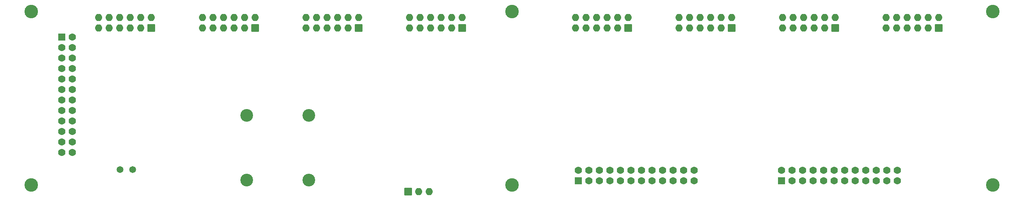
<source format=gbs>
G04 #@! TF.GenerationSoftware,KiCad,Pcbnew,9.0.1*
G04 #@! TF.CreationDate,2025-05-15T03:15:06-07:00*
G04 #@! TF.ProjectId,Input_PCB_V5,496e7075-745f-4504-9342-5f56352e6b69,rev?*
G04 #@! TF.SameCoordinates,Original*
G04 #@! TF.FileFunction,Soldermask,Bot*
G04 #@! TF.FilePolarity,Negative*
%FSLAX46Y46*%
G04 Gerber Fmt 4.6, Leading zero omitted, Abs format (unit mm)*
G04 Created by KiCad (PCBNEW 9.0.1) date 2025-05-15 03:15:06*
%MOMM*%
%LPD*%
G01*
G04 APERTURE LIST*
G04 Aperture macros list*
%AMRoundRect*
0 Rectangle with rounded corners*
0 $1 Rounding radius*
0 $2 $3 $4 $5 $6 $7 $8 $9 X,Y pos of 4 corners*
0 Add a 4 corners polygon primitive as box body*
4,1,4,$2,$3,$4,$5,$6,$7,$8,$9,$2,$3,0*
0 Add four circle primitives for the rounded corners*
1,1,$1+$1,$2,$3*
1,1,$1+$1,$4,$5*
1,1,$1+$1,$6,$7*
1,1,$1+$1,$8,$9*
0 Add four rect primitives between the rounded corners*
20,1,$1+$1,$2,$3,$4,$5,0*
20,1,$1+$1,$4,$5,$6,$7,0*
20,1,$1+$1,$6,$7,$8,$9,0*
20,1,$1+$1,$8,$9,$2,$3,0*%
G04 Aperture macros list end*
%ADD10C,1.650800*%
%ADD11RoundRect,0.038000X-0.850000X0.850000X-0.850000X-0.850000X0.850000X-0.850000X0.850000X0.850000X0*%
%ADD12O,1.776000X1.776000*%
%ADD13RoundRect,0.261177X0.626823X-0.626823X0.626823X0.626823X-0.626823X0.626823X-0.626823X-0.626823X0*%
%ADD14C,1.776000*%
%ADD15C,3.276000*%
%ADD16C,3.076000*%
%ADD17RoundRect,0.038000X0.850000X-0.850000X0.850000X0.850000X-0.850000X0.850000X-0.850000X-0.850000X0*%
%ADD18RoundRect,0.261177X-0.626823X-0.626823X0.626823X-0.626823X0.626823X0.626823X-0.626823X0.626823X0*%
G04 APERTURE END LIST*
D10*
X48466600Y-122241901D03*
X45466601Y-122241901D03*
D11*
X193000000Y-88000000D03*
D12*
X193000000Y-85460000D03*
X190460000Y-88000000D03*
X190460000Y-85460000D03*
X187920000Y-88000000D03*
X187920000Y-85460000D03*
X185380000Y-88000000D03*
X185380000Y-85460000D03*
X182840000Y-88000000D03*
X182840000Y-85460000D03*
X180300000Y-88000000D03*
X180300000Y-85460000D03*
D13*
X156000000Y-125000000D03*
D14*
X156000000Y-122460000D03*
X158540000Y-125000000D03*
X158540000Y-122460000D03*
X161080000Y-125000000D03*
X161080000Y-122460000D03*
X163620000Y-125000000D03*
X163620000Y-122460000D03*
X166160000Y-125000000D03*
X166160000Y-122460000D03*
X168700000Y-125000000D03*
X168700000Y-122460000D03*
X171240000Y-125000000D03*
X171240000Y-122460000D03*
X173780000Y-125000000D03*
X173780000Y-122460000D03*
X176320000Y-125000000D03*
X176320000Y-122460000D03*
X178860000Y-125000000D03*
X178860000Y-122460000D03*
X181400000Y-125000000D03*
X181400000Y-122460000D03*
X183940000Y-125000000D03*
X183940000Y-122460000D03*
D15*
X24000000Y-126000000D03*
D16*
X91000000Y-109150000D03*
X91000000Y-124850000D03*
D11*
X103000000Y-88000000D03*
D12*
X103000000Y-85460000D03*
X100460000Y-88000000D03*
X100460000Y-85460000D03*
X97920000Y-88000000D03*
X97920000Y-85460000D03*
X95380000Y-88000000D03*
X95380000Y-85460000D03*
X92840000Y-88000000D03*
X92840000Y-85460000D03*
X90300000Y-88000000D03*
X90300000Y-85460000D03*
D15*
X256000000Y-84000000D03*
D11*
X78000000Y-88000000D03*
D12*
X78000000Y-85460000D03*
X75460000Y-88000000D03*
X75460000Y-85460000D03*
X72920000Y-88000000D03*
X72920000Y-85460000D03*
X70380000Y-88000000D03*
X70380000Y-85460000D03*
X67840000Y-88000000D03*
X67840000Y-85460000D03*
X65300000Y-88000000D03*
X65300000Y-85460000D03*
D15*
X256000000Y-126000000D03*
X140000000Y-126000000D03*
X24000000Y-84000000D03*
D11*
X128000000Y-88000000D03*
D12*
X128000000Y-85460000D03*
X125460000Y-88000000D03*
X125460000Y-85460000D03*
X122920000Y-88000000D03*
X122920000Y-85460000D03*
X120380000Y-88000000D03*
X120380000Y-85460000D03*
X117840000Y-88000000D03*
X117840000Y-85460000D03*
X115300000Y-88000000D03*
X115300000Y-85460000D03*
D17*
X114920000Y-127600000D03*
D12*
X117460000Y-127600000D03*
X120000000Y-127600000D03*
D11*
X218000000Y-88000000D03*
D12*
X218000000Y-85460000D03*
X215460000Y-88000000D03*
X215460000Y-85460000D03*
X212920000Y-88000000D03*
X212920000Y-85460000D03*
X210380000Y-88000000D03*
X210380000Y-85460000D03*
X207840000Y-88000000D03*
X207840000Y-85460000D03*
X205300000Y-88000000D03*
X205300000Y-85460000D03*
D11*
X53000000Y-88000000D03*
D12*
X53000000Y-85460000D03*
X50460000Y-88000000D03*
X50460000Y-85460000D03*
X47920000Y-88000000D03*
X47920000Y-85460000D03*
X45380000Y-88000000D03*
X45380000Y-85460000D03*
X42840000Y-88000000D03*
X42840000Y-85460000D03*
X40300000Y-88000000D03*
X40300000Y-85460000D03*
D11*
X168000000Y-88000000D03*
D12*
X168000000Y-85460000D03*
X165460000Y-88000000D03*
X165460000Y-85460000D03*
X162920000Y-88000000D03*
X162920000Y-85460000D03*
X160380000Y-88000000D03*
X160380000Y-85460000D03*
X157840000Y-88000000D03*
X157840000Y-85460000D03*
X155300000Y-88000000D03*
X155300000Y-85460000D03*
D16*
X76000000Y-109150000D03*
X76000000Y-124850000D03*
D15*
X140000000Y-84000000D03*
D11*
X243000000Y-88000000D03*
D12*
X243000000Y-85460000D03*
X240460000Y-88000000D03*
X240460000Y-85460000D03*
X237920000Y-88000000D03*
X237920000Y-85460000D03*
X235380000Y-88000000D03*
X235380000Y-85460000D03*
X232840000Y-88000000D03*
X232840000Y-85460000D03*
X230300000Y-88000000D03*
X230300000Y-85460000D03*
D18*
X31400000Y-90160000D03*
D14*
X33940000Y-90160000D03*
X31400000Y-92700000D03*
X33940000Y-92700000D03*
X31400000Y-95240000D03*
X33940000Y-95240000D03*
X31400000Y-97780000D03*
X33940000Y-97780000D03*
X31400000Y-100320000D03*
X33940000Y-100320000D03*
X31400000Y-102860000D03*
X33940000Y-102860000D03*
X31400000Y-105400000D03*
X33940000Y-105400000D03*
X31400000Y-107940000D03*
X33940000Y-107940000D03*
X31400000Y-110480000D03*
X33940000Y-110480000D03*
X31400000Y-113020000D03*
X33940000Y-113020000D03*
X31400000Y-115560000D03*
X33940000Y-115560000D03*
X31400000Y-118100000D03*
X33940000Y-118100000D03*
D13*
X205000000Y-125000000D03*
D14*
X205000000Y-122460000D03*
X207540000Y-125000000D03*
X207540000Y-122460000D03*
X210080000Y-125000000D03*
X210080000Y-122460000D03*
X212620000Y-125000000D03*
X212620000Y-122460000D03*
X215160000Y-125000000D03*
X215160000Y-122460000D03*
X217700000Y-125000000D03*
X217700000Y-122460000D03*
X220240000Y-125000000D03*
X220240000Y-122460000D03*
X222780000Y-125000000D03*
X222780000Y-122460000D03*
X225320000Y-125000000D03*
X225320000Y-122460000D03*
X227860000Y-125000000D03*
X227860000Y-122460000D03*
X230400000Y-125000000D03*
X230400000Y-122460000D03*
X232940000Y-125000000D03*
X232940000Y-122460000D03*
M02*

</source>
